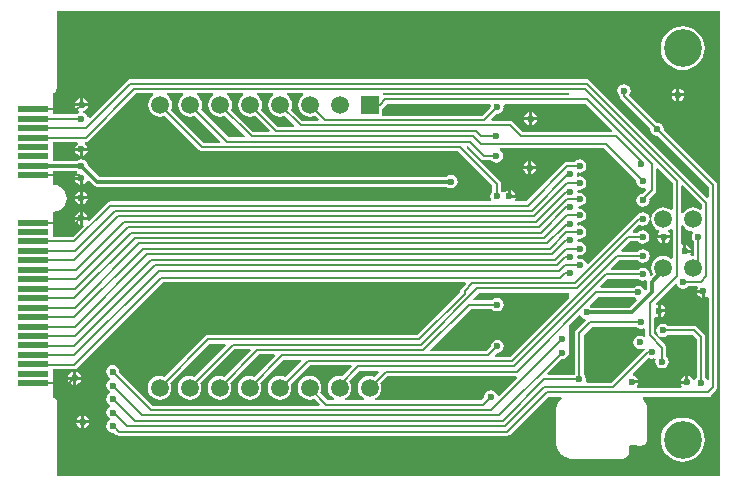
<source format=gbl>
G04 Layer_Physical_Order=2*
G04 Layer_Color=16711680*
%FSLAX25Y25*%
%MOIN*%
G70*
G01*
G75*
%ADD13R,0.10039X0.02362*%
%ADD20C,0.00800*%
%ADD21C,0.01200*%
%ADD25C,0.12598*%
%ADD26C,0.05906*%
%ADD27R,0.05906X0.05906*%
%ADD28C,0.02362*%
G36*
X185700Y129127D02*
X124400D01*
X124076Y129063D01*
X123622Y129423D01*
X123615Y129726D01*
X123638Y129773D01*
X185700D01*
Y129127D01*
D02*
G37*
G36*
X200050Y117382D02*
X199820Y116827D01*
X170291D01*
X167059Y120059D01*
X166596Y120369D01*
X166050Y120477D01*
X166050Y120477D01*
X159780D01*
X159550Y121032D01*
X161429Y122910D01*
X161600Y122876D01*
X162451Y123046D01*
X163172Y123528D01*
X163654Y124249D01*
X163824Y125100D01*
X163710Y125673D01*
X164106Y126273D01*
X191159D01*
X200050Y117382D01*
D02*
G37*
G36*
X159490Y125673D02*
X159376Y125100D01*
X159410Y124929D01*
X156759Y122277D01*
X123253D01*
Y124652D01*
X123609Y124891D01*
X124991Y126273D01*
X159094D01*
X159490Y125673D01*
D02*
G37*
G36*
X97072Y129173D02*
X96481Y128719D01*
X95847Y127893D01*
X95449Y126932D01*
X95313Y125900D01*
X95449Y124868D01*
X95847Y123907D01*
X96481Y123081D01*
X97307Y122447D01*
X98268Y122049D01*
X99300Y121913D01*
X100332Y122049D01*
X100898Y122283D01*
X102149Y121032D01*
X101920Y120477D01*
X96741D01*
X92917Y124302D01*
X93151Y124868D01*
X93287Y125900D01*
X93151Y126932D01*
X92753Y127893D01*
X92119Y128719D01*
X91528Y129173D01*
X91732Y129773D01*
X96868D01*
X97072Y129173D01*
D02*
G37*
G36*
X87072D02*
X86481Y128719D01*
X85847Y127893D01*
X85449Y126932D01*
X85313Y125900D01*
X85449Y124868D01*
X85847Y123907D01*
X86481Y123081D01*
X87307Y122447D01*
X88268Y122049D01*
X89300Y121913D01*
X90332Y122049D01*
X90898Y122283D01*
X93999Y119182D01*
X93770Y118627D01*
X88591D01*
X82917Y124302D01*
X83151Y124868D01*
X83287Y125900D01*
X83151Y126932D01*
X82753Y127893D01*
X82119Y128719D01*
X81528Y129173D01*
X81732Y129773D01*
X86868D01*
X87072Y129173D01*
D02*
G37*
G36*
X77072D02*
X76481Y128719D01*
X75847Y127893D01*
X75449Y126932D01*
X75313Y125900D01*
X75449Y124868D01*
X75847Y123907D01*
X76481Y123081D01*
X77307Y122447D01*
X78268Y122049D01*
X79300Y121913D01*
X80332Y122049D01*
X80898Y122283D01*
X85799Y117382D01*
X85570Y116827D01*
X80391D01*
X72917Y124302D01*
X73151Y124868D01*
X73287Y125900D01*
X73151Y126932D01*
X72753Y127893D01*
X72119Y128719D01*
X71528Y129173D01*
X71732Y129773D01*
X76868D01*
X77072Y129173D01*
D02*
G37*
G36*
X67072D02*
X66481Y128719D01*
X65847Y127893D01*
X65449Y126932D01*
X65313Y125900D01*
X65449Y124868D01*
X65847Y123907D01*
X66481Y123081D01*
X67307Y122447D01*
X68268Y122049D01*
X69300Y121913D01*
X70332Y122049D01*
X70898Y122283D01*
X77600Y115582D01*
X77370Y115027D01*
X72191D01*
X62917Y124302D01*
X63151Y124868D01*
X63287Y125900D01*
X63151Y126932D01*
X62753Y127893D01*
X62119Y128719D01*
X61528Y129173D01*
X61732Y129773D01*
X66868D01*
X67072Y129173D01*
D02*
G37*
G36*
X47072D02*
X46481Y128719D01*
X45847Y127893D01*
X45449Y126932D01*
X45313Y125900D01*
X45449Y124868D01*
X45847Y123907D01*
X46481Y123081D01*
X47307Y122447D01*
X48268Y122049D01*
X49300Y121913D01*
X50332Y122049D01*
X50898Y122283D01*
X62391Y110791D01*
X62391Y110791D01*
X62854Y110481D01*
X63400Y110373D01*
X63400Y110373D01*
X148509D01*
X160073Y98809D01*
Y97069D01*
X159927Y96973D01*
X159446Y96251D01*
X159276Y95400D01*
X159446Y94549D01*
X159593Y94327D01*
X159273Y93727D01*
X32700D01*
X32154Y93619D01*
X31691Y93309D01*
X31691Y93309D01*
X25675Y87294D01*
X25122Y87590D01*
X25124Y87600D01*
X23500D01*
Y85976D01*
X23510Y85978D01*
X23806Y85425D01*
X20153Y81772D01*
X13700D01*
Y90219D01*
X13706Y90225D01*
X14868Y90378D01*
X15950Y90826D01*
X16880Y91540D01*
X17593Y92469D01*
X18042Y93552D01*
X18195Y94713D01*
X18042Y95875D01*
X17593Y96958D01*
X16880Y97887D01*
X15950Y98601D01*
X14868Y99049D01*
X13706Y99202D01*
X13700Y99207D01*
Y103910D01*
X21604D01*
X21677Y103861D01*
Y103139D01*
X21428Y102972D01*
X20945Y102251D01*
X20876Y101900D01*
X23000D01*
Y101400D01*
X23500D01*
Y99276D01*
X23851Y99345D01*
X24573Y99827D01*
X24991Y100454D01*
X25640Y100653D01*
X27147Y99146D01*
X27676Y98793D01*
X28300Y98669D01*
X144716D01*
X145349Y98246D01*
X146200Y98076D01*
X147051Y98246D01*
X147773Y98728D01*
X148255Y99449D01*
X148424Y100300D01*
X148255Y101151D01*
X147773Y101873D01*
X147051Y102355D01*
X146200Y102524D01*
X145349Y102355D01*
X144716Y101931D01*
X28976D01*
X25203Y105704D01*
X25055Y106451D01*
X24573Y107173D01*
X23851Y107655D01*
X23000Y107824D01*
X22149Y107655D01*
X21428Y107173D01*
X21427Y107172D01*
X13700D01*
Y113562D01*
X21679D01*
X21861Y112962D01*
X21428Y112672D01*
X20945Y111951D01*
X20876Y111600D01*
X25124D01*
X25055Y111951D01*
X24573Y112672D01*
X24139Y112962D01*
X24321Y113562D01*
X24490D01*
X24490Y113562D01*
X25036Y113671D01*
X25499Y113980D01*
X41291Y129773D01*
X46868D01*
X47072Y129173D01*
D02*
G37*
G36*
X57072D02*
X56481Y128719D01*
X55847Y127893D01*
X55449Y126932D01*
X55313Y125900D01*
X55449Y124868D01*
X55847Y123907D01*
X56481Y123081D01*
X57307Y122447D01*
X58268Y122049D01*
X59300Y121913D01*
X60332Y122049D01*
X60898Y122283D01*
X69399Y113782D01*
X69170Y113227D01*
X63991D01*
X52917Y124302D01*
X53151Y124868D01*
X53287Y125900D01*
X53151Y126932D01*
X52753Y127893D01*
X52119Y128719D01*
X51528Y129173D01*
X51732Y129773D01*
X56868D01*
X57072Y129173D01*
D02*
G37*
G36*
X156291Y107891D02*
X156291Y107891D01*
X156754Y107581D01*
X157300Y107473D01*
X159731D01*
X159827Y107327D01*
X160549Y106845D01*
X161400Y106676D01*
X162251Y106845D01*
X162972Y107327D01*
X163454Y108049D01*
X163624Y108900D01*
X163454Y109751D01*
X162972Y110473D01*
X162495Y110792D01*
X162677Y111391D01*
X197190D01*
X208010Y100571D01*
X207976Y100400D01*
X208145Y99549D01*
X208628Y98827D01*
X209349Y98346D01*
X210200Y98176D01*
X210701Y98276D01*
X211330Y97909D01*
X211371Y97844D01*
X211404Y97623D01*
X210082Y96300D01*
X209349Y96154D01*
X208628Y95673D01*
X208145Y94951D01*
X207976Y94100D01*
X208145Y93249D01*
X208628Y92528D01*
X209349Y92045D01*
X210200Y91876D01*
X211051Y92045D01*
X211772Y92528D01*
X212255Y93249D01*
X212424Y94100D01*
X212340Y94521D01*
X214209Y96391D01*
X214209Y96391D01*
X214519Y96854D01*
X214627Y97400D01*
X214627Y97400D01*
Y104624D01*
X215182Y104854D01*
X220092Y99944D01*
Y91066D01*
X219492Y90771D01*
X218993Y91153D01*
X218032Y91551D01*
X217000Y91687D01*
X215968Y91551D01*
X215007Y91153D01*
X214181Y90519D01*
X213547Y89693D01*
X213149Y88732D01*
X213013Y87700D01*
X213149Y86668D01*
X213547Y85707D01*
X214181Y84881D01*
X215007Y84247D01*
X215439Y84068D01*
X215511Y83842D01*
X215559Y83369D01*
X215145Y82751D01*
X215076Y82400D01*
X219324D01*
X219255Y82751D01*
X218773Y83473D01*
X218670Y83541D01*
X218729Y84138D01*
X218993Y84247D01*
X219492Y84629D01*
X220092Y84333D01*
Y74925D01*
X219492Y74629D01*
X218993Y75011D01*
X218032Y75409D01*
X217000Y75545D01*
X215968Y75409D01*
X215007Y75011D01*
X214181Y74377D01*
X213547Y73552D01*
X213149Y72590D01*
X213013Y71558D01*
X213149Y70526D01*
X213547Y69565D01*
X213552Y69559D01*
X212947Y68954D01*
X212394Y69249D01*
X212424Y69400D01*
X212255Y70251D01*
X211772Y70973D01*
X211051Y71455D01*
X210200Y71624D01*
X209349Y71455D01*
X208628Y70973D01*
X208531Y70827D01*
X199739D01*
X199509Y71382D01*
X202200Y74073D01*
X208531D01*
X208628Y73927D01*
X209349Y73445D01*
X210200Y73276D01*
X211051Y73445D01*
X211772Y73927D01*
X212255Y74649D01*
X212424Y75500D01*
X212255Y76351D01*
X211772Y77073D01*
X211051Y77555D01*
X210200Y77724D01*
X209349Y77555D01*
X208628Y77073D01*
X208531Y76927D01*
X203293D01*
X203064Y77482D01*
X205955Y80373D01*
X208431D01*
X208527Y80228D01*
X209249Y79746D01*
X210100Y79576D01*
X210951Y79746D01*
X211672Y80228D01*
X212155Y80949D01*
X212324Y81800D01*
X212155Y82651D01*
X211672Y83372D01*
X210951Y83855D01*
X210100Y84024D01*
X209249Y83855D01*
X208527Y83372D01*
X208431Y83227D01*
X207048D01*
X206818Y83782D01*
X209069Y86033D01*
X209349Y85846D01*
X210200Y85676D01*
X211051Y85846D01*
X211772Y86327D01*
X212255Y87049D01*
X212424Y87900D01*
X212255Y88751D01*
X211772Y89473D01*
X211051Y89955D01*
X210200Y90124D01*
X209349Y89955D01*
X208628Y89473D01*
X208471Y89239D01*
X208371Y89219D01*
X207908Y88909D01*
X207908Y88909D01*
X191863Y72864D01*
X191212Y73062D01*
X191155Y73351D01*
X190673Y74072D01*
X189951Y74555D01*
X189100Y74724D01*
X188836Y74671D01*
X188326Y75088D01*
X188314Y75391D01*
X188819Y75832D01*
X189100Y75776D01*
X189951Y75946D01*
X190673Y76428D01*
X191155Y77149D01*
X191324Y78000D01*
X191155Y78851D01*
X190673Y79572D01*
X189951Y80054D01*
X189100Y80224D01*
X188865Y80177D01*
X188346Y80621D01*
X188348Y80888D01*
X188859Y81324D01*
X189100Y81276D01*
X189951Y81445D01*
X190673Y81928D01*
X191155Y82649D01*
X191324Y83500D01*
X191155Y84351D01*
X190673Y85072D01*
X189951Y85554D01*
X189100Y85724D01*
X188722Y85649D01*
X188257Y86051D01*
X188248Y86535D01*
X188729Y86950D01*
X189100Y86876D01*
X189951Y87046D01*
X190673Y87528D01*
X191155Y88249D01*
X191324Y89100D01*
X191155Y89951D01*
X190673Y90672D01*
X189951Y91154D01*
X189100Y91324D01*
X188591Y91746D01*
X189099Y92176D01*
X189100Y92176D01*
X189951Y92345D01*
X190673Y92827D01*
X191155Y93549D01*
X191324Y94400D01*
X191155Y95251D01*
X190673Y95973D01*
X189951Y96455D01*
X189100Y96624D01*
X188974Y96599D01*
X188419Y97050D01*
X188416Y97132D01*
X188961Y97604D01*
X189100Y97576D01*
X189951Y97746D01*
X190673Y98228D01*
X191155Y98949D01*
X191324Y99800D01*
X191155Y100651D01*
X190673Y101373D01*
X189951Y101855D01*
X189100Y102024D01*
X188581Y101920D01*
X188150Y102318D01*
X188157Y102954D01*
X188601Y103375D01*
X189100Y103276D01*
X189951Y103445D01*
X190673Y103928D01*
X191155Y104649D01*
X191324Y105500D01*
X191155Y106351D01*
X190673Y107072D01*
X189951Y107554D01*
X189100Y107724D01*
X188249Y107554D01*
X187528Y107072D01*
X187431Y106927D01*
X185050D01*
X185050Y106927D01*
X184503Y106819D01*
X184040Y106509D01*
X184040Y106509D01*
X171258Y93727D01*
X167927D01*
X167606Y94327D01*
X167754Y94549D01*
X167824Y94900D01*
X165700D01*
Y95400D01*
X165200D01*
Y97524D01*
X164849Y97455D01*
X164128Y96973D01*
X163961Y96723D01*
X163384D01*
X162927Y97194D01*
Y99400D01*
X162927Y99400D01*
X162819Y99946D01*
X162509Y100409D01*
X162509Y100409D01*
X151469Y111450D01*
X151700Y112053D01*
X152084Y112097D01*
X156291Y107891D01*
D02*
G37*
G36*
X229925Y92656D02*
Y91194D01*
X229325Y90898D01*
X228993Y91153D01*
X228032Y91551D01*
X227000Y91687D01*
X225968Y91551D01*
X225007Y91153D01*
X224181Y90519D01*
X223547Y89693D01*
X223546Y89691D01*
X222946Y89811D01*
Y98851D01*
X223501Y99081D01*
X229925Y92656D01*
D02*
G37*
G36*
X223547Y85707D02*
X224181Y84881D01*
X225007Y84247D01*
X225968Y83849D01*
X226540Y83774D01*
X226832Y83130D01*
X226645Y82851D01*
X226476Y82000D01*
X226645Y81149D01*
X227128Y80427D01*
X227273Y80331D01*
Y75784D01*
X227000Y75545D01*
X226348Y75459D01*
X226001Y76019D01*
X226155Y76249D01*
X226224Y76600D01*
X224100D01*
Y77100D01*
X223600D01*
Y79224D01*
X223546Y79214D01*
X222946Y79619D01*
Y85589D01*
X223546Y85709D01*
X223547Y85707D01*
D02*
G37*
G36*
X208628Y67827D02*
X209349Y67345D01*
X210200Y67176D01*
X211051Y67345D01*
X211137Y67403D01*
X211677Y67042D01*
X211669Y67000D01*
Y64347D01*
X211370Y64103D01*
X210850Y64228D01*
X210728Y64290D01*
X210273Y64973D01*
X209551Y65455D01*
X208700Y65624D01*
X207849Y65455D01*
X207127Y64973D01*
X207031Y64827D01*
X196284D01*
X196055Y65382D01*
X198646Y67973D01*
X208531D01*
X208628Y67827D01*
D02*
G37*
G36*
X207127Y61827D02*
X207849Y61345D01*
X208050Y61305D01*
X208224Y60731D01*
X205824Y58331D01*
X193084D01*
X192673Y58606D01*
X192524Y59305D01*
X195191Y61973D01*
X207031D01*
X207127Y61827D01*
D02*
G37*
G36*
X185700Y61610D02*
X166068Y41977D01*
X161080D01*
X160851Y42532D01*
X161529Y43210D01*
X161700Y43176D01*
X162551Y43345D01*
X163273Y43828D01*
X163754Y44549D01*
X163924Y45400D01*
X163754Y46251D01*
X163273Y46973D01*
X162551Y47455D01*
X161700Y47624D01*
X160849Y47455D01*
X160127Y46973D01*
X159645Y46251D01*
X159476Y45400D01*
X159510Y45229D01*
X158059Y43777D01*
X139508D01*
X139278Y44332D01*
X152819Y57873D01*
X159931D01*
X160028Y57727D01*
X160749Y57245D01*
X161600Y57076D01*
X162451Y57245D01*
X163172Y57727D01*
X163654Y58449D01*
X163824Y59300D01*
X163654Y60151D01*
X163172Y60873D01*
X162451Y61355D01*
X161600Y61524D01*
X160749Y61355D01*
X160028Y60873D01*
X159931Y60727D01*
X153912D01*
X153683Y61282D01*
X155655Y63254D01*
X185700D01*
Y61610D01*
D02*
G37*
G36*
X221459Y66098D02*
X221574Y66007D01*
X222027Y65328D01*
X222749Y64846D01*
X223600Y64676D01*
X224451Y64846D01*
X225172Y65328D01*
X225269Y65473D01*
X228173D01*
X228493Y64873D01*
X228345Y64651D01*
X228276Y64300D01*
X230400D01*
Y63800D01*
X230900D01*
Y61676D01*
X231251Y61746D01*
X231573Y61960D01*
X232173Y61640D01*
Y34288D01*
X231573Y34174D01*
X231172Y34773D01*
X231027Y34869D01*
Y48500D01*
X231027Y48500D01*
X230919Y49046D01*
X230609Y49509D01*
X228409Y51709D01*
X227946Y52019D01*
X227400Y52127D01*
X227400Y52127D01*
X218569D01*
X218473Y52272D01*
X217751Y52754D01*
X216900Y52924D01*
X216049Y52754D01*
X215328Y52272D01*
X214845Y51551D01*
X214676Y50700D01*
X214845Y49849D01*
X215328Y49128D01*
X216049Y48645D01*
X216900Y48476D01*
X217751Y48645D01*
X218473Y49128D01*
X218569Y49273D01*
X226809D01*
X228173Y47909D01*
Y34869D01*
X228028Y34773D01*
X227592Y34121D01*
X227312Y34105D01*
X226968Y34184D01*
X226955Y34251D01*
X226472Y34973D01*
X225751Y35455D01*
X225400Y35524D01*
Y33400D01*
X224900D01*
Y32900D01*
X222776D01*
X222845Y32549D01*
X223127Y32127D01*
X222806Y31527D01*
X208404D01*
X208252Y31757D01*
X208139Y32127D01*
X208555Y32749D01*
X208624Y33100D01*
X206500D01*
Y34100D01*
X208624D01*
X208555Y34451D01*
X208072Y35173D01*
X207351Y35655D01*
X207076Y35709D01*
X206879Y36360D01*
X212118Y41600D01*
X212349Y41445D01*
X213200Y41276D01*
X214038Y41443D01*
X214242Y41326D01*
X214523Y41039D01*
X214376Y40300D01*
X214545Y39449D01*
X215027Y38728D01*
X215749Y38245D01*
X216600Y38076D01*
X217451Y38245D01*
X218173Y38728D01*
X218655Y39449D01*
X218824Y40300D01*
X218655Y41151D01*
X218173Y41873D01*
X218027Y41969D01*
Y45000D01*
X218027Y45000D01*
X217919Y45546D01*
X217609Y46009D01*
X217609Y46009D01*
X213927Y49691D01*
Y54973D01*
X214527Y55294D01*
X214749Y55146D01*
X215100Y55076D01*
Y57200D01*
Y59324D01*
X214840Y59273D01*
X214630Y59488D01*
X214486Y59768D01*
X220966Y66248D01*
X221459Y66098D01*
D02*
G37*
G36*
X235960Y150752D02*
Y28500D01*
Y12400D01*
Y9466D01*
X236026Y9136D01*
Y2074D01*
X229742D01*
X229637Y2054D01*
X229485Y2084D01*
X14975D01*
Y8324D01*
Y26968D01*
X14877Y27456D01*
X14601Y27869D01*
X14188Y28146D01*
X13700Y28242D01*
Y37873D01*
X20700D01*
X20700Y37873D01*
X21246Y37981D01*
X21709Y38291D01*
X50272Y66854D01*
X150955D01*
X151185Y66299D01*
X149810Y64924D01*
X149500Y64461D01*
X149391Y63915D01*
X149391Y63915D01*
Y63573D01*
X134995Y49177D01*
X65250D01*
X65250Y49177D01*
X64704Y49069D01*
X64241Y48759D01*
X64241Y48759D01*
X50698Y35217D01*
X50132Y35451D01*
X49100Y35587D01*
X48068Y35451D01*
X47107Y35053D01*
X46281Y34419D01*
X45647Y33593D01*
X45249Y32632D01*
X45113Y31600D01*
X45249Y30568D01*
X45647Y29607D01*
X46281Y28781D01*
X47107Y28147D01*
X48068Y27749D01*
X49100Y27613D01*
X50132Y27749D01*
X51093Y28147D01*
X51919Y28781D01*
X52553Y29607D01*
X52951Y30568D01*
X53087Y31600D01*
X52951Y32632D01*
X52717Y33198D01*
X65841Y46323D01*
X71020D01*
X71250Y45768D01*
X60698Y35217D01*
X60132Y35451D01*
X59100Y35587D01*
X58068Y35451D01*
X57107Y35053D01*
X56281Y34419D01*
X55647Y33593D01*
X55249Y32632D01*
X55113Y31600D01*
X55249Y30568D01*
X55647Y29607D01*
X56281Y28781D01*
X57107Y28147D01*
X58068Y27749D01*
X59100Y27613D01*
X60132Y27749D01*
X61093Y28147D01*
X61919Y28781D01*
X62553Y29607D01*
X62951Y30568D01*
X63087Y31600D01*
X62951Y32632D01*
X62717Y33198D01*
X74041Y44523D01*
X79220D01*
X79449Y43968D01*
X70698Y35217D01*
X70132Y35451D01*
X69100Y35587D01*
X68068Y35451D01*
X67107Y35053D01*
X66281Y34419D01*
X65647Y33593D01*
X65249Y32632D01*
X65113Y31600D01*
X65249Y30568D01*
X65647Y29607D01*
X66281Y28781D01*
X67107Y28147D01*
X68068Y27749D01*
X69100Y27613D01*
X70132Y27749D01*
X71093Y28147D01*
X71919Y28781D01*
X72553Y29607D01*
X72951Y30568D01*
X73087Y31600D01*
X72951Y32632D01*
X72717Y33198D01*
X82241Y42723D01*
X87420D01*
X87650Y42168D01*
X80698Y35217D01*
X80132Y35451D01*
X79100Y35587D01*
X78068Y35451D01*
X77107Y35053D01*
X76281Y34419D01*
X75647Y33593D01*
X75249Y32632D01*
X75113Y31600D01*
X75249Y30568D01*
X75647Y29607D01*
X76281Y28781D01*
X77107Y28147D01*
X78068Y27749D01*
X79100Y27613D01*
X80132Y27749D01*
X81093Y28147D01*
X81919Y28781D01*
X82553Y29607D01*
X82951Y30568D01*
X83087Y31600D01*
X82951Y32632D01*
X82717Y33198D01*
X90441Y40923D01*
X96120D01*
X96350Y40368D01*
X91051Y35070D01*
X90132Y35451D01*
X89100Y35587D01*
X88068Y35451D01*
X87107Y35053D01*
X86281Y34419D01*
X85647Y33593D01*
X85249Y32632D01*
X85113Y31600D01*
X85249Y30568D01*
X85647Y29607D01*
X86281Y28781D01*
X87107Y28147D01*
X88068Y27749D01*
X89100Y27613D01*
X90132Y27749D01*
X91093Y28147D01*
X91919Y28781D01*
X92553Y29607D01*
X92951Y30568D01*
X93087Y31600D01*
X92951Y32632D01*
X92863Y32844D01*
X99141Y39123D01*
X112920D01*
X113149Y38568D01*
X110044Y35463D01*
X109100Y35587D01*
X108068Y35451D01*
X107107Y35053D01*
X106281Y34419D01*
X105647Y33593D01*
X105249Y32632D01*
X105113Y31600D01*
X105249Y30568D01*
X105647Y29607D01*
X106281Y28781D01*
X107107Y28147D01*
X107396Y28027D01*
X107277Y27427D01*
X105291D01*
X102717Y30002D01*
X102951Y30568D01*
X103087Y31600D01*
X102951Y32632D01*
X102553Y33593D01*
X101919Y34419D01*
X101093Y35053D01*
X100132Y35451D01*
X99100Y35587D01*
X98068Y35451D01*
X97107Y35053D01*
X96281Y34419D01*
X95647Y33593D01*
X95249Y32632D01*
X95113Y31600D01*
X95249Y30568D01*
X95647Y29607D01*
X96281Y28781D01*
X97107Y28147D01*
X98068Y27749D01*
X99100Y27613D01*
X100132Y27749D01*
X100698Y27983D01*
X102499Y26182D01*
X102270Y25627D01*
X46891D01*
X35690Y36829D01*
X35724Y37000D01*
X35555Y37851D01*
X35072Y38572D01*
X34351Y39055D01*
X33500Y39224D01*
X32649Y39055D01*
X31927Y38572D01*
X31445Y37851D01*
X31276Y37000D01*
X31445Y36149D01*
X31927Y35427D01*
X32625Y34962D01*
X32649Y34800D01*
Y34500D01*
X32625Y34339D01*
X31927Y33873D01*
X31445Y33151D01*
X31276Y32300D01*
X31445Y31449D01*
X31927Y30727D01*
X32471Y30364D01*
X32519Y29778D01*
X32493Y29683D01*
X32028Y29373D01*
X31545Y28651D01*
X31376Y27800D01*
X31545Y26949D01*
X32028Y26228D01*
X32543Y25883D01*
X32548Y25870D01*
Y25230D01*
X32543Y25217D01*
X32028Y24872D01*
X31545Y24151D01*
X31376Y23300D01*
X31545Y22449D01*
X32028Y21727D01*
X32543Y21383D01*
X32548Y21370D01*
Y20730D01*
X32543Y20717D01*
X32028Y20372D01*
X31545Y19651D01*
X31376Y18800D01*
X31545Y17949D01*
X32028Y17228D01*
X32749Y16745D01*
X33600Y16576D01*
X34021Y16660D01*
X34691Y15991D01*
X34691Y15991D01*
X35154Y15681D01*
X35700Y15573D01*
X35700Y15573D01*
X164991D01*
X164991Y15573D01*
X165537Y15681D01*
X166000Y15991D01*
X178682Y28673D01*
X182962D01*
X183053Y28544D01*
X183183Y28073D01*
X182690Y27591D01*
X182634Y27508D01*
X182562Y27438D01*
X182078Y26731D01*
X182038Y26639D01*
X181981Y26556D01*
X181644Y25768D01*
X181624Y25670D01*
X181584Y25577D01*
X181407Y24739D01*
X181406Y24638D01*
X181385Y24540D01*
X181380Y24112D01*
X181382Y24106D01*
X181380Y24100D01*
X181380Y13300D01*
X181380Y13300D01*
X181383Y13288D01*
X181381Y13277D01*
X181391Y12844D01*
X181412Y12745D01*
X181415Y12645D01*
X181603Y11799D01*
X181644Y11707D01*
X181665Y11609D01*
X182015Y10816D01*
X182073Y10734D01*
X182114Y10642D01*
X182611Y9932D01*
X182684Y9863D01*
X182742Y9780D01*
X183368Y9181D01*
X183453Y9127D01*
X183526Y9058D01*
X184257Y8593D01*
X184351Y8557D01*
X184436Y8503D01*
X185244Y8189D01*
X185343Y8172D01*
X185437Y8136D01*
X185700Y8089D01*
Y7623D01*
X186160Y8009D01*
X186291Y7986D01*
X186391Y7988D01*
X186490Y7971D01*
X186912Y7980D01*
X203700Y7980D01*
X203744Y7989D01*
X203789Y7984D01*
X203938Y8028D01*
X204090Y8058D01*
X204128Y8083D01*
X204171Y8096D01*
X204398Y8214D01*
X204506Y8301D01*
X204624Y8374D01*
X204996Y8723D01*
X205077Y8836D01*
X205170Y8938D01*
X205435Y9375D01*
X205483Y9505D01*
X205545Y9629D01*
X205683Y10120D01*
X205693Y10259D01*
X205720Y10395D01*
Y10905D01*
X205693Y11041D01*
X205683Y11180D01*
X205545Y11671D01*
X205483Y11795D01*
X205481Y11800D01*
X205648Y12169D01*
X205849Y12400D01*
X207940D01*
X208029Y12355D01*
X208520Y12217D01*
X208659Y12207D01*
X208795Y12180D01*
X209305D01*
X209441Y12207D01*
X209580Y12217D01*
X210071Y12355D01*
X210160Y12400D01*
X211303D01*
X211153Y12632D01*
X211067Y13000D01*
X211326Y13276D01*
X211399Y13394D01*
X211486Y13502D01*
X211604Y13729D01*
X211617Y13772D01*
X211642Y13810D01*
X211672Y13962D01*
X211716Y14111D01*
X211711Y14156D01*
X211720Y14200D01*
Y23883D01*
X211734Y24293D01*
X211718Y24392D01*
X211721Y24493D01*
X211583Y25339D01*
X211548Y25433D01*
X211531Y25532D01*
X211231Y26335D01*
X211178Y26420D01*
X211143Y26515D01*
X210691Y27243D01*
X210623Y27317D01*
X210570Y27402D01*
X210105Y27900D01*
X210250Y28376D01*
X210345Y28500D01*
X233005D01*
X232820Y29060D01*
X232819Y29100D01*
X234609Y30891D01*
X234609Y30891D01*
X234919Y31354D01*
X235027Y31900D01*
Y99100D01*
X234919Y99646D01*
X234609Y100109D01*
X234609Y100109D01*
X217090Y117629D01*
X217124Y117800D01*
X216955Y118651D01*
X216473Y119372D01*
X215751Y119854D01*
X214900Y120024D01*
X214729Y119990D01*
X205560Y129159D01*
X205955Y129749D01*
X206124Y130600D01*
X205955Y131451D01*
X205472Y132173D01*
X204751Y132655D01*
X203900Y132824D01*
X203049Y132655D01*
X202327Y132173D01*
X201846Y131451D01*
X201676Y130600D01*
X201846Y129749D01*
X202327Y129027D01*
X202473Y128931D01*
Y128800D01*
X202473Y128800D01*
X202581Y128254D01*
X202891Y127791D01*
X212710Y117971D01*
X212676Y117800D01*
X212845Y116949D01*
X213328Y116227D01*
X214049Y115745D01*
X214900Y115576D01*
X215071Y115610D01*
X232173Y98509D01*
Y95230D01*
X231618Y95000D01*
X192609Y134009D01*
X192146Y134319D01*
X191600Y134427D01*
X191600Y134427D01*
X39300D01*
X38754Y134319D01*
X38291Y134009D01*
X38291Y134009D01*
X25777Y121495D01*
X25126Y121693D01*
X25055Y122051D01*
X24573Y122773D01*
X23851Y123255D01*
X23702Y123284D01*
Y123896D01*
X23951Y123945D01*
X24672Y124427D01*
X25155Y125149D01*
X25224Y125500D01*
X20976D01*
X21045Y125149D01*
X21528Y124427D01*
X22249Y123945D01*
X22398Y123916D01*
Y123304D01*
X22149Y123255D01*
X21428Y122773D01*
X21390Y122716D01*
X13700D01*
Y129743D01*
X13961Y129943D01*
X14512Y130660D01*
X14858Y131496D01*
X14898Y131806D01*
X14972Y132362D01*
X14970Y132959D01*
Y150796D01*
X14959Y150854D01*
Y157015D01*
X229487D01*
X229539Y157026D01*
X235960D01*
Y150752D01*
D02*
G37*
G36*
X208028Y51828D02*
X208749Y51345D01*
X209600Y51176D01*
X210451Y51345D01*
X210543Y51407D01*
X211073Y51124D01*
Y49100D01*
X211073Y49100D01*
X211127Y48824D01*
X210588Y48463D01*
X210151Y48755D01*
X209300Y48924D01*
X208449Y48755D01*
X207728Y48272D01*
X207245Y47551D01*
X207076Y46700D01*
X207245Y45849D01*
X207728Y45127D01*
X208449Y44645D01*
X209300Y44476D01*
X210151Y44645D01*
X210534Y44902D01*
X210917Y44436D01*
X199809Y33327D01*
X191506D01*
X191110Y33927D01*
X191224Y34500D01*
X191054Y35351D01*
X190573Y36072D01*
X190427Y36169D01*
Y49209D01*
X193191Y51973D01*
X207931D01*
X208028Y51828D01*
D02*
G37*
G36*
X189694Y55627D02*
X190027Y55128D01*
X190749Y54646D01*
X190940Y54607D01*
X191138Y53956D01*
X187991Y50809D01*
X187681Y50346D01*
X187573Y49800D01*
X187573Y49800D01*
Y36169D01*
X187427Y36072D01*
X187331Y35927D01*
X178530D01*
X178300Y36482D01*
X182929Y41110D01*
X183100Y41076D01*
X183951Y41245D01*
X184672Y41728D01*
X185100Y42367D01*
X185429Y42358D01*
X185700Y42268D01*
Y52481D01*
X188995Y55776D01*
X189694Y55627D01*
D02*
G37*
G36*
X122249Y36768D02*
X120698Y35217D01*
X120132Y35451D01*
X119100Y35587D01*
X118068Y35451D01*
X117107Y35053D01*
X116281Y34419D01*
X115647Y33593D01*
X115249Y32632D01*
X115113Y31600D01*
X115249Y30568D01*
X115647Y29607D01*
X116281Y28781D01*
X117107Y28147D01*
X117396Y28027D01*
X117277Y27427D01*
X110923D01*
X110804Y28027D01*
X111093Y28147D01*
X111919Y28781D01*
X112553Y29607D01*
X112951Y30568D01*
X113087Y31600D01*
X112951Y32632D01*
X112553Y33593D01*
X112405Y33786D01*
X115941Y37323D01*
X122020D01*
X122249Y36768D01*
D02*
G37*
G36*
X168219Y35297D02*
X168327Y34946D01*
X162277Y28896D01*
X161626Y29093D01*
X161555Y29451D01*
X161073Y30173D01*
X160351Y30655D01*
X159500Y30824D01*
X158649Y30655D01*
X157928Y30173D01*
X157446Y29451D01*
X157276Y28600D01*
X157310Y28429D01*
X156309Y27427D01*
X120923D01*
X120804Y28027D01*
X121093Y28147D01*
X121919Y28781D01*
X122553Y29607D01*
X122951Y30568D01*
X123087Y31600D01*
X122951Y32632D01*
X122717Y33198D01*
X125041Y35523D01*
X168055D01*
X168219Y35297D01*
D02*
G37*
%LPC*%
G36*
X173300Y123424D02*
Y121800D01*
X174924D01*
X174855Y122151D01*
X174372Y122872D01*
X173651Y123354D01*
X173300Y123424D01*
D02*
G37*
G36*
X172300D02*
X171949Y123354D01*
X171228Y122872D01*
X170746Y122151D01*
X170676Y121800D01*
X172300D01*
Y123424D01*
D02*
G37*
G36*
X174924Y120800D02*
X173300D01*
Y119176D01*
X173651Y119246D01*
X174372Y119728D01*
X174855Y120449D01*
X174924Y120800D01*
D02*
G37*
G36*
X172300D02*
X170676D01*
X170746Y120449D01*
X171228Y119728D01*
X171949Y119246D01*
X172300Y119176D01*
Y120800D01*
D02*
G37*
G36*
X25124Y110600D02*
X23500D01*
Y108976D01*
X23851Y109046D01*
X24573Y109528D01*
X25055Y110249D01*
X25124Y110600D01*
D02*
G37*
G36*
X22500D02*
X20876D01*
X20945Y110249D01*
X21428Y109528D01*
X22149Y109046D01*
X22500Y108976D01*
Y110600D01*
D02*
G37*
G36*
Y100900D02*
X20876D01*
X20945Y100549D01*
X21428Y99827D01*
X22149Y99345D01*
X22500Y99276D01*
Y100900D01*
D02*
G37*
G36*
X23500Y97024D02*
Y95400D01*
X25124D01*
X25055Y95751D01*
X24573Y96473D01*
X23851Y96955D01*
X23500Y97024D01*
D02*
G37*
G36*
X22500D02*
X22149Y96955D01*
X21428Y96473D01*
X20945Y95751D01*
X20876Y95400D01*
X22500D01*
Y97024D01*
D02*
G37*
G36*
X25124Y94400D02*
X23500D01*
Y92776D01*
X23851Y92845D01*
X24573Y93327D01*
X25055Y94049D01*
X25124Y94400D01*
D02*
G37*
G36*
X22500D02*
X20876D01*
X20945Y94049D01*
X21428Y93327D01*
X22149Y92845D01*
X22500Y92776D01*
Y94400D01*
D02*
G37*
G36*
X23500Y90224D02*
Y88600D01*
X25124D01*
X25055Y88951D01*
X24573Y89672D01*
X23851Y90154D01*
X23500Y90224D01*
D02*
G37*
G36*
X22500D02*
X22149Y90154D01*
X21428Y89672D01*
X20945Y88951D01*
X20876Y88600D01*
X22500D01*
Y90224D01*
D02*
G37*
G36*
Y87600D02*
X20876D01*
X20945Y87249D01*
X21428Y86528D01*
X22149Y86045D01*
X22500Y85976D01*
Y87600D01*
D02*
G37*
G36*
X173000Y107124D02*
Y105500D01*
X174624D01*
X174555Y105851D01*
X174073Y106572D01*
X173351Y107054D01*
X173000Y107124D01*
D02*
G37*
G36*
X172000D02*
X171649Y107054D01*
X170928Y106572D01*
X170446Y105851D01*
X170376Y105500D01*
X172000D01*
Y107124D01*
D02*
G37*
G36*
X174624Y104500D02*
X173000D01*
Y102876D01*
X173351Y102945D01*
X174073Y103428D01*
X174555Y104149D01*
X174624Y104500D01*
D02*
G37*
G36*
X172000D02*
X170376D01*
X170446Y104149D01*
X170928Y103428D01*
X171649Y102945D01*
X172000Y102876D01*
Y104500D01*
D02*
G37*
G36*
X166200Y97524D02*
Y95900D01*
X167824D01*
X167754Y96251D01*
X167272Y96973D01*
X166551Y97455D01*
X166200Y97524D01*
D02*
G37*
G36*
X219324Y81400D02*
X217700D01*
Y79776D01*
X218051Y79845D01*
X218773Y80327D01*
X219255Y81049D01*
X219324Y81400D01*
D02*
G37*
G36*
X216700D02*
X215076D01*
X215145Y81049D01*
X215628Y80327D01*
X216349Y79845D01*
X216700Y79776D01*
Y81400D01*
D02*
G37*
G36*
X224600Y79224D02*
Y77600D01*
X226224D01*
X226155Y77951D01*
X225673Y78672D01*
X224951Y79154D01*
X224600Y79224D01*
D02*
G37*
G36*
X229900Y63300D02*
X228276D01*
X228345Y62949D01*
X228828Y62227D01*
X229549Y61746D01*
X229900Y61676D01*
Y63300D01*
D02*
G37*
G36*
X216100Y59324D02*
Y57700D01*
X217724D01*
X217655Y58051D01*
X217173Y58772D01*
X216451Y59254D01*
X216100Y59324D01*
D02*
G37*
G36*
X217724Y56700D02*
X216100D01*
Y55076D01*
X216451Y55146D01*
X217173Y55628D01*
X217655Y56349D01*
X217724Y56700D01*
D02*
G37*
G36*
X224400Y35524D02*
X224049Y35455D01*
X223327Y34973D01*
X222845Y34251D01*
X222776Y33900D01*
X224400D01*
Y35524D01*
D02*
G37*
G36*
X223500Y152135D02*
X222069Y151994D01*
X220693Y151576D01*
X219425Y150898D01*
X218314Y149986D01*
X217402Y148875D01*
X216724Y147607D01*
X216306Y146231D01*
X216165Y144800D01*
X216306Y143369D01*
X216724Y141993D01*
X217402Y140725D01*
X218314Y139614D01*
X219425Y138702D01*
X220693Y138024D01*
X222069Y137606D01*
X223500Y137466D01*
X224931Y137606D01*
X226307Y138024D01*
X227575Y138702D01*
X228686Y139614D01*
X229598Y140725D01*
X230276Y141993D01*
X230694Y143369D01*
X230835Y144800D01*
X230694Y146231D01*
X230276Y147607D01*
X229598Y148875D01*
X228686Y149986D01*
X227575Y150898D01*
X226307Y151576D01*
X224931Y151994D01*
X223500Y152135D01*
D02*
G37*
G36*
X222400Y131324D02*
Y129700D01*
X224024D01*
X223955Y130051D01*
X223472Y130772D01*
X222751Y131254D01*
X222400Y131324D01*
D02*
G37*
G36*
X221400D02*
X221049Y131254D01*
X220327Y130772D01*
X219845Y130051D01*
X219776Y129700D01*
X221400D01*
Y131324D01*
D02*
G37*
G36*
X224024Y128700D02*
X222400D01*
Y127076D01*
X222751Y127146D01*
X223472Y127628D01*
X223955Y128349D01*
X224024Y128700D01*
D02*
G37*
G36*
X221400D02*
X219776D01*
X219845Y128349D01*
X220327Y127628D01*
X221049Y127146D01*
X221400Y127076D01*
Y128700D01*
D02*
G37*
G36*
X23600Y128124D02*
Y126500D01*
X25224D01*
X25155Y126851D01*
X24672Y127573D01*
X23951Y128054D01*
X23600Y128124D01*
D02*
G37*
G36*
X22600D02*
X22249Y128054D01*
X21528Y127573D01*
X21045Y126851D01*
X20976Y126500D01*
X22600D01*
Y128124D01*
D02*
G37*
G36*
X21300Y36924D02*
Y35300D01*
X22924D01*
X22855Y35651D01*
X22373Y36373D01*
X21651Y36855D01*
X21300Y36924D01*
D02*
G37*
G36*
X20300D02*
X19949Y36855D01*
X19228Y36373D01*
X18745Y35651D01*
X18676Y35300D01*
X20300D01*
Y36924D01*
D02*
G37*
G36*
X22924Y34300D02*
X21300D01*
Y32676D01*
X21651Y32745D01*
X22373Y33228D01*
X22855Y33949D01*
X22924Y34300D01*
D02*
G37*
G36*
X20300D02*
X18676D01*
X18745Y33949D01*
X19228Y33228D01*
X19949Y32745D01*
X20300Y32676D01*
Y34300D01*
D02*
G37*
G36*
X24000Y22324D02*
Y20700D01*
X25624D01*
X25555Y21051D01*
X25073Y21772D01*
X24351Y22255D01*
X24000Y22324D01*
D02*
G37*
G36*
X23000D02*
X22649Y22255D01*
X21927Y21772D01*
X21445Y21051D01*
X21376Y20700D01*
X23000D01*
Y22324D01*
D02*
G37*
G36*
X25624Y19700D02*
X24000D01*
Y18076D01*
X24351Y18145D01*
X25073Y18628D01*
X25555Y19349D01*
X25624Y19700D01*
D02*
G37*
G36*
X23000D02*
X21376D01*
X21445Y19349D01*
X21927Y18628D01*
X22649Y18145D01*
X23000Y18076D01*
Y19700D01*
D02*
G37*
G36*
X223500Y21634D02*
X222069Y21494D01*
X220693Y21076D01*
X219425Y20398D01*
X218314Y19486D01*
X217402Y18375D01*
X216724Y17107D01*
X216306Y15731D01*
X216165Y14300D01*
X216294Y13000D01*
X215943Y12400D01*
X216449D01*
X216724Y11493D01*
X217402Y10225D01*
X218314Y9114D01*
X219425Y8202D01*
X220693Y7524D01*
X222069Y7106D01*
X223500Y6966D01*
X224931Y7106D01*
X226307Y7524D01*
X227575Y8202D01*
X228686Y9114D01*
X229598Y10225D01*
X230276Y11493D01*
X230551Y12400D01*
X231057D01*
X230707Y13000D01*
X230835Y14300D01*
X230694Y15731D01*
X230276Y17107D01*
X229598Y18375D01*
X228686Y19486D01*
X227575Y20398D01*
X226307Y21076D01*
X224931Y21494D01*
X223500Y21634D01*
D02*
G37*
%LPD*%
D13*
X6799Y124439D02*
D03*
X6800Y121289D02*
D03*
Y118139D02*
D03*
Y114990D02*
D03*
Y111840D02*
D03*
Y108691D02*
D03*
Y105541D02*
D03*
Y102391D02*
D03*
Y86643D02*
D03*
Y83494D02*
D03*
Y80344D02*
D03*
Y77194D02*
D03*
Y74045D02*
D03*
Y70895D02*
D03*
Y67746D02*
D03*
Y64596D02*
D03*
Y61446D02*
D03*
Y58297D02*
D03*
Y55147D02*
D03*
Y51998D02*
D03*
Y48848D02*
D03*
Y45698D02*
D03*
Y42549D02*
D03*
Y39399D02*
D03*
Y36250D02*
D03*
Y33100D02*
D03*
D20*
X229500Y66900D02*
X231353Y68753D01*
X223600Y66900D02*
X229500D01*
X189000Y49800D02*
X192600Y53400D01*
X210200Y94100D02*
Y94400D01*
X213200Y97400D01*
X203900Y128800D02*
Y130600D01*
X89100Y31600D02*
X89600D01*
X198054Y69400D02*
X210200D01*
X201609Y75500D02*
X210200D01*
X205363Y81800D02*
X210100D01*
X109100Y31600D02*
Y32500D01*
X99300Y125900D02*
X104350Y120850D01*
X157350D02*
X161600Y125100D01*
X104350Y120850D02*
X157350D01*
X119300Y125900D02*
X122600D01*
X124400Y127700D01*
X89300Y125900D02*
X96150Y119050D01*
X79300Y125900D02*
X88000Y117200D01*
X154500D01*
X156300Y115400D01*
X161300D01*
X153754D02*
X156335Y112819D01*
X79800Y115400D02*
X153754D01*
X69300Y125900D02*
X79800Y115400D01*
X156335Y112819D02*
X197781D01*
X210200Y100400D01*
X59300Y125900D02*
X71600Y113600D01*
X152600D01*
X157300Y108900D02*
X161400D01*
X152600Y113600D02*
X157300Y108900D01*
X49300Y125900D02*
X63400Y111800D01*
X184000Y85300D02*
X184900Y86200D01*
X184700Y78000D02*
X189100D01*
X184700Y80800D02*
X185900D01*
X184700Y83500D02*
X189100D01*
X183954Y85300D02*
X184000D01*
X184800Y94400D02*
X189100D01*
X184700Y97000D02*
X185900D01*
X184954Y99800D02*
X189100D01*
X185309Y102700D02*
X185900D01*
X184900Y86200D02*
X185900D01*
X184900Y89100D02*
X189100D01*
X184700Y91700D02*
X185900D01*
X185050Y105500D02*
X189100D01*
X63400Y111800D02*
X149100D01*
X99100Y31600D02*
X104700Y26000D01*
X156900D01*
X159500Y28600D01*
X162200Y22400D02*
X183100Y43300D01*
X184291Y72500D02*
X189100D01*
X184237Y69900D02*
X186000D01*
X150819Y63915D02*
X153385Y66481D01*
X150819Y62982D02*
Y63915D01*
X153385Y66481D02*
X187499D01*
X182618Y68281D02*
X184237Y69900D01*
X188244Y64681D02*
X205363Y81800D01*
X187499Y66481D02*
X208918Y87900D01*
X184346Y75100D02*
X185900D01*
X49100Y31600D02*
X65250Y47750D01*
X135587D01*
X59100Y31600D02*
X73450Y45950D01*
X69100Y31600D02*
X81650Y44150D01*
X137078D01*
X79100Y31600D02*
X89850Y42350D01*
X89600Y31600D02*
X98550Y40550D01*
X109100Y32500D02*
X115350Y38750D01*
X119100Y31600D02*
X124450Y36950D01*
X168150D01*
X115350Y38750D02*
X167404D01*
X98550Y40550D02*
X166659D01*
X89850Y42350D02*
X158650D01*
X161700Y45400D01*
X166659Y40550D02*
X201609Y75500D01*
X167404Y38750D02*
X198054Y69400D01*
X38200Y18800D02*
X164246D01*
X40800Y20600D02*
X163500D01*
X43400Y22400D02*
X162200D01*
X73450Y45950D02*
X136332D01*
X137078Y44150D02*
X152228Y59300D01*
X161600D01*
X135587Y47750D02*
X150819Y62982D01*
X209700Y106100D02*
Y107094D01*
X213200Y97400D02*
Y106250D01*
X124400Y127700D02*
X191750D01*
X213200Y106250D01*
X208918Y87900D02*
X210200D01*
X191600Y133000D02*
X231353Y93247D01*
Y68753D02*
Y93247D01*
X20744Y80344D02*
X32700Y92300D01*
X20800Y77194D02*
X34106Y90500D01*
X20545Y74045D02*
X35200Y88700D01*
X21100Y70895D02*
X37105Y86900D01*
X21146Y67746D02*
X38500Y85100D01*
X20896Y64596D02*
X39600Y83300D01*
X20746Y61446D02*
X40800Y81500D01*
X20897Y58297D02*
X42300Y79700D01*
X6800Y48848D02*
X6848Y48800D01*
X20747Y55147D02*
X43500Y77900D01*
X20798Y51998D02*
X44900Y76100D01*
X6800Y45698D02*
X6898Y45600D01*
X6800Y80344D02*
X20744D01*
X6800Y74045D02*
X20545D01*
X6800Y67746D02*
X21146D01*
X6800Y61446D02*
X20746D01*
X6800Y55147D02*
X20747D01*
X6800Y51998D02*
X20798D01*
X6800Y58297D02*
X20897D01*
X6800Y64596D02*
X20896D01*
X6800Y70895D02*
X21100D01*
X6800Y77194D02*
X20800D01*
X6800Y42549D02*
X20749D01*
X182391Y70600D02*
X184291Y72500D01*
X6848Y48800D02*
X20800D01*
X46300Y74300D01*
X6898Y45600D02*
X20600D01*
X48800Y70600D02*
X182391D01*
X49681Y68281D02*
X182618D01*
X20600Y45600D02*
X47500Y72500D01*
X20749Y42549D02*
X48800Y70600D01*
X20700Y39300D02*
X49681Y68281D01*
X6899Y39300D02*
X20700D01*
X6800Y39399D02*
X6899Y39300D01*
X35700Y17000D02*
X164991D01*
X46300Y24200D02*
X159600D01*
X183100Y47700D01*
X33500Y37000D02*
X46300Y24200D01*
X33500Y32300D02*
X43400Y22400D01*
X33600Y27800D02*
X40800Y20600D01*
X33600Y23400D02*
X38200Y18800D01*
X33600Y19100D02*
X35700Y17000D01*
X6800Y114990D02*
X24490D01*
X40700Y131200D01*
X190854D01*
X6800Y118139D02*
X24439D01*
X39300Y133000D01*
X191600D01*
X6799Y124439D02*
X21539D01*
X23100Y126000D01*
X6800Y121289D02*
X23011D01*
X6800Y86643D02*
X21243D01*
X22700Y88100D01*
X23000D01*
X6800Y33100D02*
X19047D01*
X20747Y34800D01*
X20800D01*
X216900Y50700D02*
X227400D01*
X233600Y31900D02*
Y99100D01*
X227400Y50700D02*
X229600Y48500D01*
Y33200D02*
Y48500D01*
X96150Y119050D02*
X166050D01*
X169700Y115400D01*
X201394D02*
X209700Y107094D01*
X169700Y115400D02*
X201394D01*
X228700Y73258D02*
Y82000D01*
X227000Y71558D02*
X228700Y73258D01*
X6800Y102391D02*
X22109D01*
X23000Y101500D01*
Y101400D02*
Y101500D01*
X136332Y45950D02*
X155063Y64681D01*
X188244D01*
X181746Y72500D02*
X184346Y75100D01*
X181000Y74300D02*
X184700Y78000D01*
X180000Y76100D02*
X184700Y80800D01*
X179100Y77900D02*
X184700Y83500D01*
X178354Y79700D02*
X183954Y85300D01*
X177300Y81500D02*
X184900Y89100D01*
X176300Y83300D02*
X184700Y91700D01*
X175500Y85100D02*
X184800Y94400D01*
X174600Y86900D02*
X184700Y97000D01*
X173854Y88700D02*
X184954Y99800D01*
X173109Y90500D02*
X185309Y102700D01*
X171850Y92300D02*
X185050Y105500D01*
X47500Y72500D02*
X181746D01*
X46300Y74300D02*
X181000D01*
X44900Y76100D02*
X180000D01*
X43500Y77900D02*
X179100D01*
X42300Y79700D02*
X178354D01*
X40800Y81500D02*
X177300D01*
X39600Y83300D02*
X176300D01*
X38500Y85100D02*
X175500D01*
X37105Y86900D02*
X174600D01*
X35200Y88700D02*
X173854D01*
X34106Y90500D02*
X173109D01*
X32700Y92300D02*
X171850D01*
X149100Y111800D02*
X161500Y99400D01*
Y95400D02*
Y99400D01*
X214900Y117800D02*
X233600Y99100D01*
X203900Y128800D02*
X214900Y117800D01*
X212000Y43500D02*
X213200D01*
X192600Y53400D02*
X209600D01*
X212500Y49100D02*
X216600Y45000D01*
Y40300D02*
Y45000D01*
X190854Y131200D02*
X221519Y100536D01*
X194600Y63400D02*
X208700D01*
X168150Y36950D02*
X194600Y63400D01*
X164991Y17000D02*
X178091Y30100D01*
X231800D01*
X233600Y31900D01*
X164246Y18800D02*
X177346Y31900D01*
X200400D01*
X212000Y43500D01*
X189000Y34500D02*
Y49800D01*
X163500Y20600D02*
X177400Y34500D01*
X189000D01*
X212500Y49100D02*
Y59800D01*
X221519Y68819D01*
Y100536D01*
D21*
X217000Y70700D02*
Y71558D01*
X213300Y67000D02*
X217000Y70700D01*
X28300Y100300D02*
X146200D01*
X23000Y105600D02*
X28300Y100300D01*
X22941Y105541D02*
X23000Y105600D01*
X6800Y105541D02*
X22941D01*
X191600Y56700D02*
X206500D01*
X213300Y63500D01*
Y67000D01*
D25*
X223500Y14300D02*
D03*
Y144800D02*
D03*
D26*
X49100Y31600D02*
D03*
X59100D02*
D03*
X69100D02*
D03*
X79100D02*
D03*
X89100D02*
D03*
X99100D02*
D03*
X109100D02*
D03*
X119100D02*
D03*
X49300Y125900D02*
D03*
X59300D02*
D03*
X69300D02*
D03*
X79300D02*
D03*
X89300D02*
D03*
X99300D02*
D03*
X109300D02*
D03*
X217000Y87700D02*
D03*
X227000D02*
D03*
Y71558D02*
D03*
X217000D02*
D03*
D27*
X119300Y125900D02*
D03*
D28*
X210100Y81800D02*
D03*
X210200Y94100D02*
D03*
Y100400D02*
D03*
X146200Y100300D02*
D03*
X203900Y130600D02*
D03*
X210200Y75500D02*
D03*
Y69400D02*
D03*
X161600Y59300D02*
D03*
X161700Y45400D02*
D03*
X161600Y125100D02*
D03*
X161300Y115400D02*
D03*
X161400Y108900D02*
D03*
X189100Y72500D02*
D03*
Y78000D02*
D03*
X191600Y56700D02*
D03*
X186000Y69900D02*
D03*
X185900Y80800D02*
D03*
X189100Y83500D02*
D03*
Y89100D02*
D03*
X185900Y91700D02*
D03*
X189100Y94400D02*
D03*
X185900Y97000D02*
D03*
X189100Y99800D02*
D03*
X185900Y102700D02*
D03*
Y86200D02*
D03*
X189100Y105500D02*
D03*
X159500Y28600D02*
D03*
X183100Y47700D02*
D03*
Y43300D02*
D03*
X185900Y75100D02*
D03*
X209300Y46700D02*
D03*
X213200Y43500D02*
D03*
X216600Y40300D02*
D03*
X209700Y106100D02*
D03*
X216900Y50700D02*
D03*
X210200Y87900D02*
D03*
X33500Y37000D02*
D03*
Y32300D02*
D03*
X33600Y27800D02*
D03*
Y18800D02*
D03*
Y23300D02*
D03*
X23100Y126000D02*
D03*
X23000Y121200D02*
D03*
Y105600D02*
D03*
Y88100D02*
D03*
X20800Y34800D02*
D03*
X229600Y33200D02*
D03*
X23000Y111100D02*
D03*
Y94900D02*
D03*
X23500Y20200D02*
D03*
X165700Y95400D02*
D03*
X228700Y82000D02*
D03*
X23000Y101400D02*
D03*
X161500Y95400D02*
D03*
X214900Y117800D02*
D03*
X221900Y129200D02*
D03*
X206500Y33600D02*
D03*
X209600Y53400D02*
D03*
X215600Y57200D02*
D03*
X224100Y77100D02*
D03*
X217200Y81900D02*
D03*
X230400Y63800D02*
D03*
X208700Y63400D02*
D03*
X172800Y121300D02*
D03*
X224900Y33400D02*
D03*
X172500Y105000D02*
D03*
X189000Y34500D02*
D03*
X223600Y66900D02*
D03*
M02*

</source>
